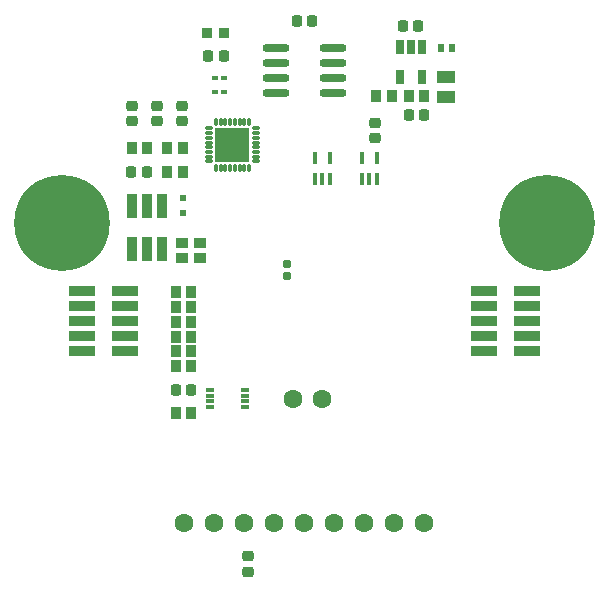
<source format=gts>
G04*
G04 #@! TF.GenerationSoftware,Altium Limited,Altium Designer,20.1.8 (145)*
G04*
G04 Layer_Color=8388736*
%FSTAX43Y43*%
%MOMM*%
G71*
G04*
G04 #@! TF.SameCoordinates,C49A0B41-0C8C-4AB0-A7A6-883BC44C46A5*
G04*
G04*
G04 #@! TF.FilePolarity,Negative*
G04*
G01*
G75*
%ADD18R,0.550X0.700*%
%ADD19R,0.900X1.000*%
G04:AMPARAMS|DCode=20|XSize=1mm|YSize=0.9mm|CornerRadius=0.25mm|HoleSize=0mm|Usage=FLASHONLY|Rotation=90.000|XOffset=0mm|YOffset=0mm|HoleType=Round|Shape=RoundedRectangle|*
%AMROUNDEDRECTD20*
21,1,1.000,0.400,0,0,90.0*
21,1,0.500,0.900,0,0,90.0*
1,1,0.500,0.200,0.250*
1,1,0.500,0.200,-0.250*
1,1,0.500,-0.200,-0.250*
1,1,0.500,-0.200,0.250*
%
%ADD20ROUNDEDRECTD20*%
%ADD21R,1.550X1.000*%
G04:AMPARAMS|DCode=22|XSize=0.7mm|YSize=0.7mm|CornerRadius=0.2mm|HoleSize=0mm|Usage=FLASHONLY|Rotation=0.000|XOffset=0mm|YOffset=0mm|HoleType=Round|Shape=RoundedRectangle|*
%AMROUNDEDRECTD22*
21,1,0.700,0.300,0,0,0.0*
21,1,0.300,0.700,0,0,0.0*
1,1,0.400,0.150,-0.150*
1,1,0.400,-0.150,-0.150*
1,1,0.400,-0.150,0.150*
1,1,0.400,0.150,0.150*
%
%ADD22ROUNDEDRECTD22*%
%ADD23R,0.450X1.100*%
G04:AMPARAMS|DCode=24|XSize=1mm|YSize=0.9mm|CornerRadius=0.25mm|HoleSize=0mm|Usage=FLASHONLY|Rotation=0.000|XOffset=0mm|YOffset=0mm|HoleType=Round|Shape=RoundedRectangle|*
%AMROUNDEDRECTD24*
21,1,1.000,0.400,0,0,0.0*
21,1,0.500,0.900,0,0,0.0*
1,1,0.500,0.250,-0.200*
1,1,0.500,-0.250,-0.200*
1,1,0.500,-0.250,0.200*
1,1,0.500,0.250,0.200*
%
%ADD24ROUNDEDRECTD24*%
%ADD25R,3.000X3.000*%
%ADD26O,0.300X0.800*%
%ADD27O,0.800X0.300*%
%ADD28R,1.000X0.900*%
%ADD29R,0.500X0.600*%
%ADD30R,0.860X2.150*%
%ADD31O,2.300X0.700*%
%ADD32R,0.600X0.450*%
%ADD33R,0.950X0.950*%
%ADD34R,2.200X0.860*%
%ADD35R,0.800X0.400*%
%ADD36R,0.700X1.200*%
%ADD37C,1.600*%
%ADD38C,8.100*%
%ADD39C,0.903*%
D18*
X00865Y007415D02*
D03*
X008555D02*
D03*
D19*
X0082827Y0070085D02*
D03*
X0084127D02*
D03*
X0080077D02*
D03*
X0081377D02*
D03*
X00607Y00657D02*
D03*
X00594D02*
D03*
X00637D02*
D03*
X00624D02*
D03*
X00637Y00637D02*
D03*
X00624D02*
D03*
X00644Y004725D02*
D03*
X00631D02*
D03*
X00644Y004325D02*
D03*
X00631D02*
D03*
X00631Y00485D02*
D03*
X00644D02*
D03*
X00631Y005225D02*
D03*
X00644D02*
D03*
X00631Y00535D02*
D03*
X00644D02*
D03*
X00631Y0051D02*
D03*
X00644D02*
D03*
X00631Y004975D02*
D03*
X00644D02*
D03*
D20*
X008415Y00685D02*
D03*
X008285D02*
D03*
X005935Y00637D02*
D03*
X006065D02*
D03*
X006585Y0073475D02*
D03*
X006715D02*
D03*
X007335Y00765D02*
D03*
X007465D02*
D03*
X00644Y004525D02*
D03*
X00631D02*
D03*
X008235Y0076D02*
D03*
X008365D02*
D03*
D21*
X0086Y007175D02*
D03*
Y007005D02*
D03*
D22*
X00725Y00549D02*
D03*
Y00559D02*
D03*
D23*
X007885Y00631D02*
D03*
X00795D02*
D03*
X008015D02*
D03*
Y00649D02*
D03*
X007885D02*
D03*
X007485Y00631D02*
D03*
X00755D02*
D03*
X007615D02*
D03*
Y00649D02*
D03*
X007485D02*
D03*
D24*
X006925Y003115D02*
D03*
Y002985D02*
D03*
X006365Y0067975D02*
D03*
Y0069275D02*
D03*
X006155Y0069275D02*
D03*
Y0067975D02*
D03*
X00594Y0069275D02*
D03*
Y0067975D02*
D03*
X008Y006655D02*
D03*
Y006785D02*
D03*
D25*
X00679Y0065975D02*
D03*
D26*
X00665Y006795D02*
D03*
X00669D02*
D03*
X00673D02*
D03*
X00677D02*
D03*
X00681D02*
D03*
X00685D02*
D03*
X00689D02*
D03*
X00693D02*
D03*
Y0064D02*
D03*
X00689D02*
D03*
X00685D02*
D03*
X00681D02*
D03*
X00677D02*
D03*
X00673D02*
D03*
X00669D02*
D03*
X00665D02*
D03*
D27*
X0069875Y0067375D02*
D03*
Y0066975D02*
D03*
Y0066575D02*
D03*
Y0066175D02*
D03*
Y0065775D02*
D03*
Y0065375D02*
D03*
Y0064975D02*
D03*
Y0064575D02*
D03*
X0065925D02*
D03*
Y0064975D02*
D03*
Y0065375D02*
D03*
Y0065775D02*
D03*
Y0066175D02*
D03*
Y0066575D02*
D03*
Y0066975D02*
D03*
Y0067375D02*
D03*
D28*
X00636Y00564D02*
D03*
Y00577D02*
D03*
X0065183D02*
D03*
Y00564D02*
D03*
D29*
X006375Y00602D02*
D03*
Y00615D02*
D03*
D30*
X005943Y00572D02*
D03*
X00607D02*
D03*
X006197D02*
D03*
X005943Y00608D02*
D03*
X00607D02*
D03*
X006197D02*
D03*
D31*
X00716Y0074155D02*
D03*
Y0072885D02*
D03*
Y0071615D02*
D03*
Y0070345D02*
D03*
X00764Y0074155D02*
D03*
Y0072885D02*
D03*
Y0071615D02*
D03*
Y0070345D02*
D03*
D32*
X00664Y0071675D02*
D03*
Y0070475D02*
D03*
X006715D02*
D03*
Y0071675D02*
D03*
D33*
Y0075475D02*
D03*
X006575D02*
D03*
D34*
X00552Y0053575D02*
D03*
X00588D02*
D03*
Y0048495D02*
D03*
X00552D02*
D03*
X00588Y0049765D02*
D03*
X00552D02*
D03*
X00588Y0051035D02*
D03*
X00552D02*
D03*
X00588Y0052305D02*
D03*
X00552D02*
D03*
X00892D02*
D03*
X00928D02*
D03*
X00892Y0051035D02*
D03*
X00928D02*
D03*
X00892Y0049765D02*
D03*
X00928D02*
D03*
X00892Y0048495D02*
D03*
X00928D02*
D03*
Y0053575D02*
D03*
X00892D02*
D03*
D35*
X0066Y004375D02*
D03*
Y004425D02*
D03*
Y004475D02*
D03*
Y004525D02*
D03*
X0069D02*
D03*
Y004475D02*
D03*
Y004425D02*
D03*
Y004375D02*
D03*
D36*
X008395Y00743D02*
D03*
X0083D02*
D03*
X008205D02*
D03*
Y00717D02*
D03*
X008395D02*
D03*
D37*
X0073Y00445D02*
D03*
X006384Y0034D02*
D03*
X006638D02*
D03*
X007908D02*
D03*
X006892D02*
D03*
X007146D02*
D03*
X007654D02*
D03*
X0074D02*
D03*
X008162D02*
D03*
X008416D02*
D03*
X00755Y00445D02*
D03*
D38*
X00945Y0059325D02*
D03*
X00535D02*
D03*
D39*
X00679Y0065975D02*
D03*
M02*

</source>
